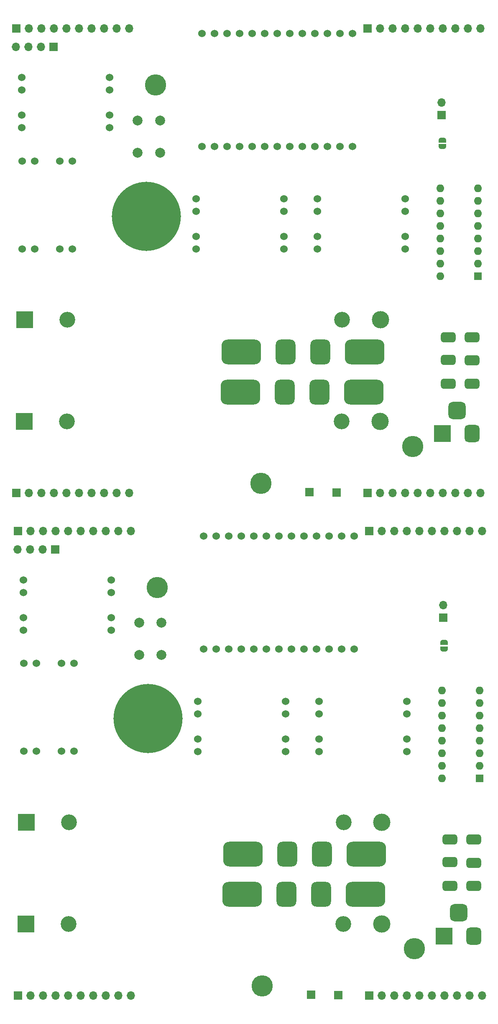
<source format=gbr>
%TF.GenerationSoftware,KiCad,Pcbnew,6.0.7-f9a2dced07~116~ubuntu20.04.1*%
%TF.CreationDate,2022-11-23T13:06:06+01:00*%
%TF.ProjectId,board,626f6172-642e-46b6-9963-61645f706362,rev?*%
%TF.SameCoordinates,Original*%
%TF.FileFunction,Soldermask,Bot*%
%TF.FilePolarity,Negative*%
%FSLAX46Y46*%
G04 Gerber Fmt 4.6, Leading zero omitted, Abs format (unit mm)*
G04 Created by KiCad (PCBNEW 6.0.7-f9a2dced07~116~ubuntu20.04.1) date 2022-11-23 13:06:06*
%MOMM*%
%LPD*%
G01*
G04 APERTURE LIST*
G04 Aperture macros list*
%AMRoundRect*
0 Rectangle with rounded corners*
0 $1 Rounding radius*
0 $2 $3 $4 $5 $6 $7 $8 $9 X,Y pos of 4 corners*
0 Add a 4 corners polygon primitive as box body*
4,1,4,$2,$3,$4,$5,$6,$7,$8,$9,$2,$3,0*
0 Add four circle primitives for the rounded corners*
1,1,$1+$1,$2,$3*
1,1,$1+$1,$4,$5*
1,1,$1+$1,$6,$7*
1,1,$1+$1,$8,$9*
0 Add four rect primitives between the rounded corners*
20,1,$1+$1,$2,$3,$4,$5,0*
20,1,$1+$1,$4,$5,$6,$7,0*
20,1,$1+$1,$6,$7,$8,$9,0*
20,1,$1+$1,$8,$9,$2,$3,0*%
%AMFreePoly0*
4,1,22,0.500000,-0.750000,0.000000,-0.750000,0.000000,-0.745033,-0.079941,-0.743568,-0.215256,-0.701293,-0.333266,-0.622738,-0.424486,-0.514219,-0.481581,-0.384460,-0.499164,-0.250000,-0.500000,-0.250000,-0.500000,0.250000,-0.499164,0.250000,-0.499963,0.256109,-0.478152,0.396186,-0.417904,0.524511,-0.324060,0.630769,-0.204165,0.706417,-0.067858,0.745374,0.000000,0.744959,0.000000,0.750000,
0.500000,0.750000,0.500000,-0.750000,0.500000,-0.750000,$1*%
%AMFreePoly1*
4,1,20,0.000000,0.744959,0.073905,0.744508,0.209726,0.703889,0.328688,0.626782,0.421226,0.519385,0.479903,0.390333,0.500000,0.250000,0.500000,-0.250000,0.499851,-0.262216,0.476331,-0.402017,0.414519,-0.529596,0.319384,-0.634700,0.198574,-0.708877,0.061801,-0.746166,0.000000,-0.745033,0.000000,-0.750000,-0.500000,-0.750000,-0.500000,0.750000,0.000000,0.750000,0.000000,0.744959,
0.000000,0.744959,$1*%
G04 Aperture macros list end*
%ADD10C,1.524000*%
%ADD11R,1.700000X1.700000*%
%ADD12O,1.700000X1.700000*%
%ADD13C,4.300000*%
%ADD14FreePoly0,270.000000*%
%ADD15FreePoly1,270.000000*%
%ADD16C,2.000000*%
%ADD17R,1.600000X1.600000*%
%ADD18O,1.600000X1.600000*%
%ADD19C,3.200000*%
%ADD20R,3.500000X3.500000*%
%ADD21C,3.500000*%
%ADD22RoundRect,1.250000X-2.750000X-1.250000X2.750000X-1.250000X2.750000X1.250000X-2.750000X1.250000X0*%
%ADD23RoundRect,1.000000X-1.000000X-1.500000X1.000000X-1.500000X1.000000X1.500000X-1.000000X1.500000X0*%
%ADD24RoundRect,0.750000X0.750000X1.000000X-0.750000X1.000000X-0.750000X-1.000000X0.750000X-1.000000X0*%
%ADD25RoundRect,0.875000X0.875000X0.875000X-0.875000X0.875000X-0.875000X-0.875000X0.875000X-0.875000X0*%
%ADD26RoundRect,0.500000X1.000000X-0.500000X1.000000X0.500000X-1.000000X0.500000X-1.000000X-0.500000X0*%
%ADD27C,14.000000*%
G04 APERTURE END LIST*
D10*
%TO.C,U20*%
X100635047Y-166033953D03*
X100635047Y-168573953D03*
X100635047Y-173653953D03*
X100635047Y-176193953D03*
X118415047Y-176193953D03*
X118415047Y-173653953D03*
X118415047Y-168573953D03*
X118415047Y-166033953D03*
%TD*%
D11*
%TO.C,J25*%
X47225047Y-135323953D03*
D12*
X44685047Y-135323953D03*
X42145047Y-135323953D03*
X39605047Y-135323953D03*
%TD*%
D13*
%TO.C,H4*%
X89145047Y-223603953D03*
%TD*%
D11*
%TO.C,J1*%
X110744047Y-131571953D03*
D12*
X113284047Y-131571953D03*
X115824047Y-131571953D03*
X118364047Y-131571953D03*
X120904047Y-131571953D03*
X123444047Y-131571953D03*
X125984047Y-131571953D03*
X128524047Y-131571953D03*
X131064047Y-131571953D03*
X133604047Y-131571953D03*
%TD*%
D14*
%TO.C,JP2*%
X125925047Y-154147953D03*
D15*
X125925047Y-155447953D03*
%TD*%
D16*
%TO.C,SW3*%
X64239047Y-156665953D03*
X64239047Y-150165953D03*
X68739047Y-156665953D03*
X68739047Y-150165953D03*
%TD*%
D11*
%TO.C,J27*%
X104495047Y-225453953D03*
%TD*%
D17*
%TO.C,SW1*%
X133145047Y-181653953D03*
D18*
X133145047Y-179113953D03*
X133145047Y-176573953D03*
X133145047Y-174033953D03*
X133145047Y-171493953D03*
X133145047Y-168953953D03*
X133145047Y-166413953D03*
X133145047Y-163873953D03*
X125525047Y-163873953D03*
X125525047Y-166413953D03*
X125525047Y-168953953D03*
X125525047Y-171493953D03*
X125525047Y-174033953D03*
X125525047Y-176573953D03*
X125525047Y-179113953D03*
X125525047Y-181653953D03*
%TD*%
D10*
%TO.C,U1*%
X40735047Y-141473953D03*
X40735047Y-144013953D03*
X40735047Y-149093953D03*
X40735047Y-151633953D03*
X58515047Y-151633953D03*
X58515047Y-149093953D03*
X58515047Y-144013953D03*
X58515047Y-141473953D03*
%TD*%
%TO.C,U9*%
X107696047Y-132587953D03*
X105156047Y-132587953D03*
X102616047Y-132587953D03*
X100076047Y-132587953D03*
X97536047Y-132587953D03*
X94996047Y-132587953D03*
X92456047Y-132587953D03*
X89916047Y-132587953D03*
X87376047Y-132587953D03*
X84836047Y-132587953D03*
X82296047Y-132587953D03*
X79756047Y-132587953D03*
X77216047Y-132587953D03*
X77216047Y-155447953D03*
X79756047Y-155447953D03*
X82296047Y-155447953D03*
X84836047Y-155447953D03*
X87376047Y-155447953D03*
X89916047Y-155447953D03*
X92456047Y-155447953D03*
X94996047Y-155447953D03*
X97536047Y-155447953D03*
X100076047Y-155447953D03*
X102616047Y-155447953D03*
X105156047Y-155447953D03*
X107696047Y-155447953D03*
%TD*%
D13*
%TO.C,H3*%
X67818047Y-143001953D03*
%TD*%
%TO.C,H9*%
X119945047Y-216103953D03*
%TD*%
D11*
%TO.C,J6*%
X110744047Y-225551953D03*
D12*
X113284047Y-225551953D03*
X115824047Y-225551953D03*
X118364047Y-225551953D03*
X120904047Y-225551953D03*
X123444047Y-225551953D03*
X125984047Y-225551953D03*
X128524047Y-225551953D03*
X131064047Y-225551953D03*
X133604047Y-225551953D03*
%TD*%
D11*
%TO.C,J2*%
X39624047Y-131571953D03*
D12*
X42164047Y-131571953D03*
X44704047Y-131571953D03*
X47244047Y-131571953D03*
X49784047Y-131571953D03*
X52324047Y-131571953D03*
X54864047Y-131571953D03*
X57404047Y-131571953D03*
X59944047Y-131571953D03*
X62484047Y-131571953D03*
%TD*%
D11*
%TO.C,J7*%
X39624047Y-225551953D03*
D12*
X42164047Y-225551953D03*
X44704047Y-225551953D03*
X47244047Y-225551953D03*
X49784047Y-225551953D03*
X52324047Y-225551953D03*
X54864047Y-225551953D03*
X57404047Y-225551953D03*
X59944047Y-225551953D03*
X62484047Y-225551953D03*
%TD*%
D10*
%TO.C,U2*%
X50980047Y-158383953D03*
X48440047Y-158383953D03*
X43360047Y-158383953D03*
X40820047Y-158383953D03*
X40820047Y-176163953D03*
X43360047Y-176163953D03*
X48440047Y-176163953D03*
X50980047Y-176163953D03*
%TD*%
D19*
%TO.C,BT2*%
X49940047Y-211103953D03*
X105550047Y-211103953D03*
D20*
X41295047Y-211103953D03*
D21*
X113295047Y-211103953D03*
%TD*%
D10*
%TO.C,U3*%
X76075047Y-166033953D03*
X76075047Y-168573953D03*
X76075047Y-173653953D03*
X76075047Y-176193953D03*
X93855047Y-176193953D03*
X93855047Y-173653953D03*
X93855047Y-168573953D03*
X93855047Y-166033953D03*
%TD*%
D22*
%TO.C,U21*%
X85031047Y-205104953D03*
D23*
X94031047Y-205104953D03*
X101031047Y-205104953D03*
D22*
X110031047Y-205104953D03*
%TD*%
D20*
%TO.C,J8*%
X125915047Y-213521453D03*
D24*
X131915047Y-213521453D03*
D25*
X128915047Y-208821453D03*
%TD*%
D26*
%TO.C,SW2*%
X131935047Y-203403953D03*
X131935047Y-198703953D03*
X131935047Y-194003953D03*
X127135047Y-203403953D03*
X127135047Y-198603953D03*
X127135047Y-194003953D03*
%TD*%
D19*
%TO.C,BT1*%
X105620047Y-190503953D03*
X50010047Y-190503953D03*
D20*
X41365047Y-190503953D03*
D21*
X113365047Y-190503953D03*
%TD*%
D27*
%TO.C,H7*%
X65989247Y-169570353D03*
%TD*%
D22*
%TO.C,U19*%
X85177047Y-196976953D03*
D23*
X94177047Y-196976953D03*
X101177047Y-196976953D03*
D22*
X110177047Y-196976953D03*
%TD*%
D11*
%TO.C,J28*%
X98995047Y-225393953D03*
%TD*%
%TO.C,J4*%
X125798047Y-149097953D03*
D12*
X125798047Y-146557953D03*
%TD*%
D11*
%TO.C,J4*%
X125466500Y-47452000D03*
D12*
X125466500Y-44912000D03*
%TD*%
D11*
%TO.C,J28*%
X98663500Y-123748000D03*
%TD*%
D22*
%TO.C,U19*%
X84845500Y-95331000D03*
D23*
X93845500Y-95331000D03*
X100845500Y-95331000D03*
D22*
X109845500Y-95331000D03*
%TD*%
D27*
%TO.C,H7*%
X65657700Y-67924400D03*
%TD*%
D19*
%TO.C,BT1*%
X105288500Y-88858000D03*
X49678500Y-88858000D03*
D20*
X41033500Y-88858000D03*
D21*
X113033500Y-88858000D03*
%TD*%
D26*
%TO.C,SW2*%
X131603500Y-101758000D03*
X131603500Y-97058000D03*
X131603500Y-92358000D03*
X126803500Y-101758000D03*
X126803500Y-96958000D03*
X126803500Y-92358000D03*
%TD*%
D20*
%TO.C,J8*%
X125583500Y-111875500D03*
D24*
X131583500Y-111875500D03*
D25*
X128583500Y-107175500D03*
%TD*%
D22*
%TO.C,U21*%
X84699500Y-103459000D03*
D23*
X93699500Y-103459000D03*
X100699500Y-103459000D03*
D22*
X109699500Y-103459000D03*
%TD*%
D10*
%TO.C,U3*%
X75743500Y-64388000D03*
X75743500Y-66928000D03*
X75743500Y-72008000D03*
X75743500Y-74548000D03*
X93523500Y-74548000D03*
X93523500Y-72008000D03*
X93523500Y-66928000D03*
X93523500Y-64388000D03*
%TD*%
D19*
%TO.C,BT2*%
X49608500Y-109458000D03*
X105218500Y-109458000D03*
D20*
X40963500Y-109458000D03*
D21*
X112963500Y-109458000D03*
%TD*%
D10*
%TO.C,U2*%
X50648500Y-56738000D03*
X48108500Y-56738000D03*
X43028500Y-56738000D03*
X40488500Y-56738000D03*
X40488500Y-74518000D03*
X43028500Y-74518000D03*
X48108500Y-74518000D03*
X50648500Y-74518000D03*
%TD*%
D11*
%TO.C,J7*%
X39292500Y-123906000D03*
D12*
X41832500Y-123906000D03*
X44372500Y-123906000D03*
X46912500Y-123906000D03*
X49452500Y-123906000D03*
X51992500Y-123906000D03*
X54532500Y-123906000D03*
X57072500Y-123906000D03*
X59612500Y-123906000D03*
X62152500Y-123906000D03*
%TD*%
D11*
%TO.C,J2*%
X39292500Y-29926000D03*
D12*
X41832500Y-29926000D03*
X44372500Y-29926000D03*
X46912500Y-29926000D03*
X49452500Y-29926000D03*
X51992500Y-29926000D03*
X54532500Y-29926000D03*
X57072500Y-29926000D03*
X59612500Y-29926000D03*
X62152500Y-29926000D03*
%TD*%
D11*
%TO.C,J6*%
X110412500Y-123906000D03*
D12*
X112952500Y-123906000D03*
X115492500Y-123906000D03*
X118032500Y-123906000D03*
X120572500Y-123906000D03*
X123112500Y-123906000D03*
X125652500Y-123906000D03*
X128192500Y-123906000D03*
X130732500Y-123906000D03*
X133272500Y-123906000D03*
%TD*%
D13*
%TO.C,H9*%
X119613500Y-114458000D03*
%TD*%
%TO.C,H3*%
X67486500Y-41356000D03*
%TD*%
D10*
%TO.C,U9*%
X107364500Y-30942000D03*
X104824500Y-30942000D03*
X102284500Y-30942000D03*
X99744500Y-30942000D03*
X97204500Y-30942000D03*
X94664500Y-30942000D03*
X92124500Y-30942000D03*
X89584500Y-30942000D03*
X87044500Y-30942000D03*
X84504500Y-30942000D03*
X81964500Y-30942000D03*
X79424500Y-30942000D03*
X76884500Y-30942000D03*
X76884500Y-53802000D03*
X79424500Y-53802000D03*
X81964500Y-53802000D03*
X84504500Y-53802000D03*
X87044500Y-53802000D03*
X89584500Y-53802000D03*
X92124500Y-53802000D03*
X94664500Y-53802000D03*
X97204500Y-53802000D03*
X99744500Y-53802000D03*
X102284500Y-53802000D03*
X104824500Y-53802000D03*
X107364500Y-53802000D03*
%TD*%
%TO.C,U1*%
X40403500Y-39828000D03*
X40403500Y-42368000D03*
X40403500Y-47448000D03*
X40403500Y-49988000D03*
X58183500Y-49988000D03*
X58183500Y-47448000D03*
X58183500Y-42368000D03*
X58183500Y-39828000D03*
%TD*%
D17*
%TO.C,SW1*%
X132813500Y-80008000D03*
D18*
X132813500Y-77468000D03*
X132813500Y-74928000D03*
X132813500Y-72388000D03*
X132813500Y-69848000D03*
X132813500Y-67308000D03*
X132813500Y-64768000D03*
X132813500Y-62228000D03*
X125193500Y-62228000D03*
X125193500Y-64768000D03*
X125193500Y-67308000D03*
X125193500Y-69848000D03*
X125193500Y-72388000D03*
X125193500Y-74928000D03*
X125193500Y-77468000D03*
X125193500Y-80008000D03*
%TD*%
D11*
%TO.C,J27*%
X104163500Y-123808000D03*
%TD*%
D16*
%TO.C,SW3*%
X63907500Y-48520000D03*
X63907500Y-55020000D03*
X68407500Y-48520000D03*
X68407500Y-55020000D03*
%TD*%
D14*
%TO.C,JP2*%
X125593500Y-52502000D03*
D15*
X125593500Y-53802000D03*
%TD*%
D11*
%TO.C,J1*%
X110412500Y-29926000D03*
D12*
X112952500Y-29926000D03*
X115492500Y-29926000D03*
X118032500Y-29926000D03*
X120572500Y-29926000D03*
X123112500Y-29926000D03*
X125652500Y-29926000D03*
X128192500Y-29926000D03*
X130732500Y-29926000D03*
X133272500Y-29926000D03*
%TD*%
D13*
%TO.C,H4*%
X88813500Y-121958000D03*
%TD*%
D11*
%TO.C,J25*%
X46893500Y-33678000D03*
D12*
X44353500Y-33678000D03*
X41813500Y-33678000D03*
X39273500Y-33678000D03*
%TD*%
D10*
%TO.C,U20*%
X100303500Y-64388000D03*
X100303500Y-66928000D03*
X100303500Y-72008000D03*
X100303500Y-74548000D03*
X118083500Y-74548000D03*
X118083500Y-72008000D03*
X118083500Y-66928000D03*
X118083500Y-64388000D03*
%TD*%
M02*

</source>
